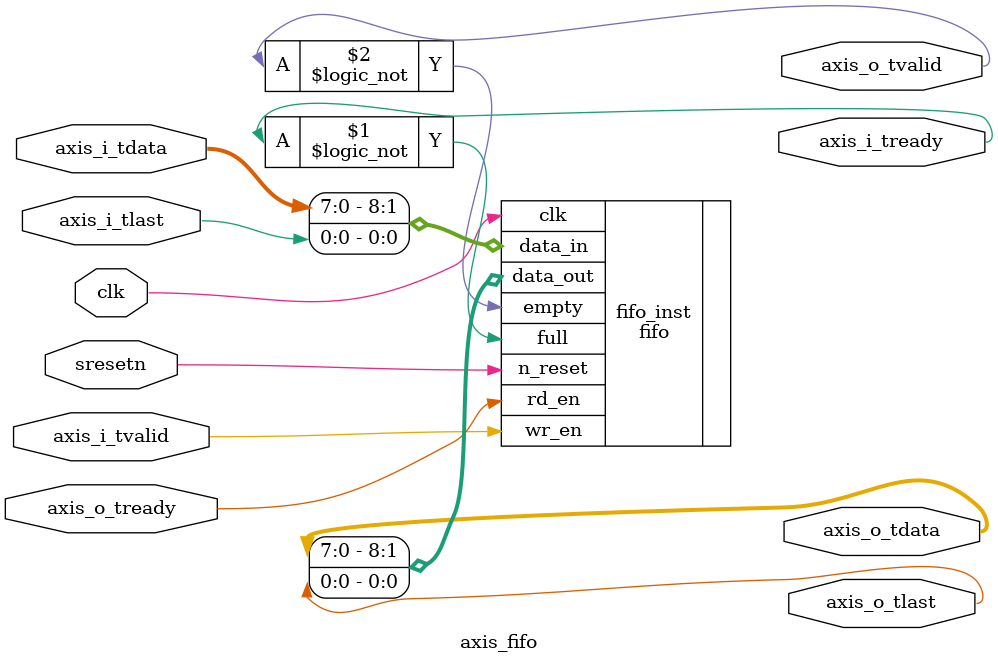
<source format=v>
module axis_fifo
#(
	parameter AXIS_BYTES = 1,
	parameter DEPTH = 1024
) (
	input clk,
	input sresetn,

	// Input
	output                     axis_i_tready,
	input                      axis_i_tvalid,
	input                      axis_i_tlast,
	input [(AXIS_BYTES*8)-1:0] axis_i_tdata,

	// Output
	input                       axis_o_tready,
	output                      axis_o_tvalid,
	output                      axis_o_tlast,
	output [(AXIS_BYTES*8)-1:0] axis_o_tdata
);

fifo
	#(
		.WIDTH((AXIS_BYTES*8)+1),
		.DEPTH(DEPTH)
	) fifo_inst (
		.clk(clk),
		.n_reset(sresetn),

		.full( !axis_i_tready),
		.wr_en(axis_i_tvalid),
		.data_in ({axis_i_tdata, axis_i_tlast}),

		.rd_en(axis_o_tready),
		.empty(!axis_o_tvalid),
		.data_out ({axis_o_tdata, axis_o_tlast})
	);

endmodule

</source>
